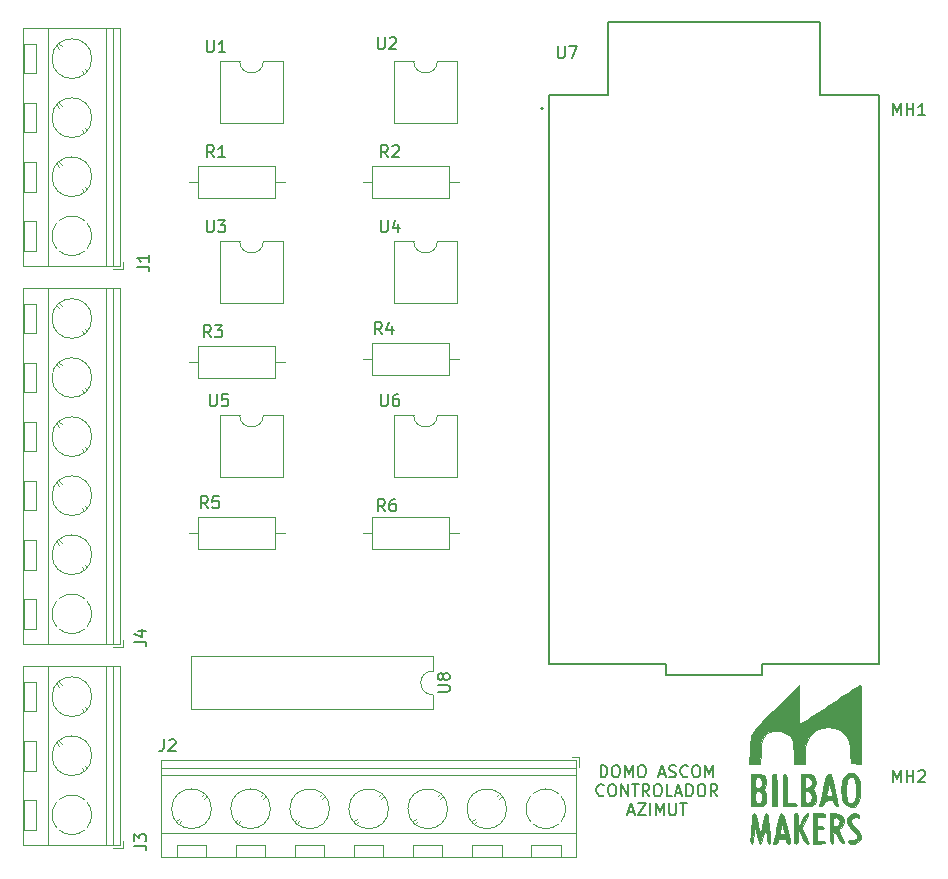
<source format=gbr>
G04 #@! TF.GenerationSoftware,KiCad,Pcbnew,(6.0.4)*
G04 #@! TF.CreationDate,2022-04-21T17:37:51+02:00*
G04 #@! TF.ProjectId,PlacaIOAzimut,506c6163-6149-44f4-917a-696d75742e6b,rev?*
G04 #@! TF.SameCoordinates,Original*
G04 #@! TF.FileFunction,Legend,Top*
G04 #@! TF.FilePolarity,Positive*
%FSLAX46Y46*%
G04 Gerber Fmt 4.6, Leading zero omitted, Abs format (unit mm)*
G04 Created by KiCad (PCBNEW (6.0.4)) date 2022-04-21 17:37:51*
%MOMM*%
%LPD*%
G01*
G04 APERTURE LIST*
%ADD10C,0.150000*%
%ADD11C,0.120000*%
%ADD12C,0.127000*%
%ADD13C,0.200000*%
%ADD14C,0.010000*%
G04 APERTURE END LIST*
D10*
X95822095Y-107808380D02*
X95822095Y-106808380D01*
X96060190Y-106808380D01*
X96203047Y-106856000D01*
X96298285Y-106951238D01*
X96345904Y-107046476D01*
X96393523Y-107236952D01*
X96393523Y-107379809D01*
X96345904Y-107570285D01*
X96298285Y-107665523D01*
X96203047Y-107760761D01*
X96060190Y-107808380D01*
X95822095Y-107808380D01*
X97012571Y-106808380D02*
X97203047Y-106808380D01*
X97298285Y-106856000D01*
X97393523Y-106951238D01*
X97441142Y-107141714D01*
X97441142Y-107475047D01*
X97393523Y-107665523D01*
X97298285Y-107760761D01*
X97203047Y-107808380D01*
X97012571Y-107808380D01*
X96917333Y-107760761D01*
X96822095Y-107665523D01*
X96774476Y-107475047D01*
X96774476Y-107141714D01*
X96822095Y-106951238D01*
X96917333Y-106856000D01*
X97012571Y-106808380D01*
X97869714Y-107808380D02*
X97869714Y-106808380D01*
X98203047Y-107522666D01*
X98536380Y-106808380D01*
X98536380Y-107808380D01*
X99203047Y-106808380D02*
X99393523Y-106808380D01*
X99488761Y-106856000D01*
X99584000Y-106951238D01*
X99631619Y-107141714D01*
X99631619Y-107475047D01*
X99584000Y-107665523D01*
X99488761Y-107760761D01*
X99393523Y-107808380D01*
X99203047Y-107808380D01*
X99107809Y-107760761D01*
X99012571Y-107665523D01*
X98964952Y-107475047D01*
X98964952Y-107141714D01*
X99012571Y-106951238D01*
X99107809Y-106856000D01*
X99203047Y-106808380D01*
X100774476Y-107522666D02*
X101250666Y-107522666D01*
X100679238Y-107808380D02*
X101012571Y-106808380D01*
X101345904Y-107808380D01*
X101631619Y-107760761D02*
X101774476Y-107808380D01*
X102012571Y-107808380D01*
X102107809Y-107760761D01*
X102155428Y-107713142D01*
X102203047Y-107617904D01*
X102203047Y-107522666D01*
X102155428Y-107427428D01*
X102107809Y-107379809D01*
X102012571Y-107332190D01*
X101822095Y-107284571D01*
X101726857Y-107236952D01*
X101679238Y-107189333D01*
X101631619Y-107094095D01*
X101631619Y-106998857D01*
X101679238Y-106903619D01*
X101726857Y-106856000D01*
X101822095Y-106808380D01*
X102060190Y-106808380D01*
X102203047Y-106856000D01*
X103203047Y-107713142D02*
X103155428Y-107760761D01*
X103012571Y-107808380D01*
X102917333Y-107808380D01*
X102774476Y-107760761D01*
X102679238Y-107665523D01*
X102631619Y-107570285D01*
X102584000Y-107379809D01*
X102584000Y-107236952D01*
X102631619Y-107046476D01*
X102679238Y-106951238D01*
X102774476Y-106856000D01*
X102917333Y-106808380D01*
X103012571Y-106808380D01*
X103155428Y-106856000D01*
X103203047Y-106903619D01*
X103822095Y-106808380D02*
X104012571Y-106808380D01*
X104107809Y-106856000D01*
X104203047Y-106951238D01*
X104250666Y-107141714D01*
X104250666Y-107475047D01*
X104203047Y-107665523D01*
X104107809Y-107760761D01*
X104012571Y-107808380D01*
X103822095Y-107808380D01*
X103726857Y-107760761D01*
X103631619Y-107665523D01*
X103584000Y-107475047D01*
X103584000Y-107141714D01*
X103631619Y-106951238D01*
X103726857Y-106856000D01*
X103822095Y-106808380D01*
X104679238Y-107808380D02*
X104679238Y-106808380D01*
X105012571Y-107522666D01*
X105345904Y-106808380D01*
X105345904Y-107808380D01*
X96084000Y-109323142D02*
X96036380Y-109370761D01*
X95893523Y-109418380D01*
X95798285Y-109418380D01*
X95655428Y-109370761D01*
X95560190Y-109275523D01*
X95512571Y-109180285D01*
X95464952Y-108989809D01*
X95464952Y-108846952D01*
X95512571Y-108656476D01*
X95560190Y-108561238D01*
X95655428Y-108466000D01*
X95798285Y-108418380D01*
X95893523Y-108418380D01*
X96036380Y-108466000D01*
X96084000Y-108513619D01*
X96703047Y-108418380D02*
X96893523Y-108418380D01*
X96988761Y-108466000D01*
X97084000Y-108561238D01*
X97131619Y-108751714D01*
X97131619Y-109085047D01*
X97084000Y-109275523D01*
X96988761Y-109370761D01*
X96893523Y-109418380D01*
X96703047Y-109418380D01*
X96607809Y-109370761D01*
X96512571Y-109275523D01*
X96464952Y-109085047D01*
X96464952Y-108751714D01*
X96512571Y-108561238D01*
X96607809Y-108466000D01*
X96703047Y-108418380D01*
X97560190Y-109418380D02*
X97560190Y-108418380D01*
X98131619Y-109418380D01*
X98131619Y-108418380D01*
X98464952Y-108418380D02*
X99036380Y-108418380D01*
X98750666Y-109418380D02*
X98750666Y-108418380D01*
X99941142Y-109418380D02*
X99607809Y-108942190D01*
X99369714Y-109418380D02*
X99369714Y-108418380D01*
X99750666Y-108418380D01*
X99845904Y-108466000D01*
X99893523Y-108513619D01*
X99941142Y-108608857D01*
X99941142Y-108751714D01*
X99893523Y-108846952D01*
X99845904Y-108894571D01*
X99750666Y-108942190D01*
X99369714Y-108942190D01*
X100560190Y-108418380D02*
X100750666Y-108418380D01*
X100845904Y-108466000D01*
X100941142Y-108561238D01*
X100988761Y-108751714D01*
X100988761Y-109085047D01*
X100941142Y-109275523D01*
X100845904Y-109370761D01*
X100750666Y-109418380D01*
X100560190Y-109418380D01*
X100464952Y-109370761D01*
X100369714Y-109275523D01*
X100322095Y-109085047D01*
X100322095Y-108751714D01*
X100369714Y-108561238D01*
X100464952Y-108466000D01*
X100560190Y-108418380D01*
X101893523Y-109418380D02*
X101417333Y-109418380D01*
X101417333Y-108418380D01*
X102179238Y-109132666D02*
X102655428Y-109132666D01*
X102084000Y-109418380D02*
X102417333Y-108418380D01*
X102750666Y-109418380D01*
X103084000Y-109418380D02*
X103084000Y-108418380D01*
X103322095Y-108418380D01*
X103464952Y-108466000D01*
X103560190Y-108561238D01*
X103607809Y-108656476D01*
X103655428Y-108846952D01*
X103655428Y-108989809D01*
X103607809Y-109180285D01*
X103560190Y-109275523D01*
X103464952Y-109370761D01*
X103322095Y-109418380D01*
X103084000Y-109418380D01*
X104274476Y-108418380D02*
X104464952Y-108418380D01*
X104560190Y-108466000D01*
X104655428Y-108561238D01*
X104703047Y-108751714D01*
X104703047Y-109085047D01*
X104655428Y-109275523D01*
X104560190Y-109370761D01*
X104464952Y-109418380D01*
X104274476Y-109418380D01*
X104179238Y-109370761D01*
X104084000Y-109275523D01*
X104036380Y-109085047D01*
X104036380Y-108751714D01*
X104084000Y-108561238D01*
X104179238Y-108466000D01*
X104274476Y-108418380D01*
X105703047Y-109418380D02*
X105369714Y-108942190D01*
X105131619Y-109418380D02*
X105131619Y-108418380D01*
X105512571Y-108418380D01*
X105607809Y-108466000D01*
X105655428Y-108513619D01*
X105703047Y-108608857D01*
X105703047Y-108751714D01*
X105655428Y-108846952D01*
X105607809Y-108894571D01*
X105512571Y-108942190D01*
X105131619Y-108942190D01*
X98155428Y-110742666D02*
X98631619Y-110742666D01*
X98060190Y-111028380D02*
X98393523Y-110028380D01*
X98726857Y-111028380D01*
X98964952Y-110028380D02*
X99631619Y-110028380D01*
X98964952Y-111028380D01*
X99631619Y-111028380D01*
X100012571Y-111028380D02*
X100012571Y-110028380D01*
X100488761Y-111028380D02*
X100488761Y-110028380D01*
X100822095Y-110742666D01*
X101155428Y-110028380D01*
X101155428Y-111028380D01*
X101631619Y-110028380D02*
X101631619Y-110837904D01*
X101679238Y-110933142D01*
X101726857Y-110980761D01*
X101822095Y-111028380D01*
X102012571Y-111028380D01*
X102107809Y-110980761D01*
X102155428Y-110933142D01*
X102203047Y-110837904D01*
X102203047Y-110028380D01*
X102536380Y-110028380D02*
X103107809Y-110028380D01*
X102822095Y-111028380D02*
X102822095Y-110028380D01*
X56348380Y-113617333D02*
X57062666Y-113617333D01*
X57205523Y-113664952D01*
X57300761Y-113760190D01*
X57348380Y-113903047D01*
X57348380Y-113998285D01*
X56348380Y-113236380D02*
X56348380Y-112617333D01*
X56729333Y-112950666D01*
X56729333Y-112807809D01*
X56776952Y-112712571D01*
X56824571Y-112664952D01*
X56919809Y-112617333D01*
X57157904Y-112617333D01*
X57253142Y-112664952D01*
X57300761Y-112712571D01*
X57348380Y-112807809D01*
X57348380Y-113093523D01*
X57300761Y-113188761D01*
X57253142Y-113236380D01*
X56348380Y-96345333D02*
X57062666Y-96345333D01*
X57205523Y-96392952D01*
X57300761Y-96488190D01*
X57348380Y-96631047D01*
X57348380Y-96726285D01*
X56681714Y-95440571D02*
X57348380Y-95440571D01*
X56300761Y-95678666D02*
X57015047Y-95916761D01*
X57015047Y-95297714D01*
X62825333Y-70556380D02*
X62492000Y-70080190D01*
X62253904Y-70556380D02*
X62253904Y-69556380D01*
X62634857Y-69556380D01*
X62730095Y-69604000D01*
X62777714Y-69651619D01*
X62825333Y-69746857D01*
X62825333Y-69889714D01*
X62777714Y-69984952D01*
X62730095Y-70032571D01*
X62634857Y-70080190D01*
X62253904Y-70080190D01*
X63158666Y-69556380D02*
X63777714Y-69556380D01*
X63444380Y-69937333D01*
X63587238Y-69937333D01*
X63682476Y-69984952D01*
X63730095Y-70032571D01*
X63777714Y-70127809D01*
X63777714Y-70365904D01*
X63730095Y-70461142D01*
X63682476Y-70508761D01*
X63587238Y-70556380D01*
X63301523Y-70556380D01*
X63206285Y-70508761D01*
X63158666Y-70461142D01*
X76962095Y-45172380D02*
X76962095Y-45981904D01*
X77009714Y-46077142D01*
X77057333Y-46124761D01*
X77152571Y-46172380D01*
X77343047Y-46172380D01*
X77438285Y-46124761D01*
X77485904Y-46077142D01*
X77533523Y-45981904D01*
X77533523Y-45172380D01*
X77962095Y-45267619D02*
X78009714Y-45220000D01*
X78104952Y-45172380D01*
X78343047Y-45172380D01*
X78438285Y-45220000D01*
X78485904Y-45267619D01*
X78533523Y-45362857D01*
X78533523Y-45458095D01*
X78485904Y-45600952D01*
X77914476Y-46172380D01*
X78533523Y-46172380D01*
X62484095Y-60666380D02*
X62484095Y-61475904D01*
X62531714Y-61571142D01*
X62579333Y-61618761D01*
X62674571Y-61666380D01*
X62865047Y-61666380D01*
X62960285Y-61618761D01*
X63007904Y-61571142D01*
X63055523Y-61475904D01*
X63055523Y-60666380D01*
X63436476Y-60666380D02*
X64055523Y-60666380D01*
X63722190Y-61047333D01*
X63865047Y-61047333D01*
X63960285Y-61094952D01*
X64007904Y-61142571D01*
X64055523Y-61237809D01*
X64055523Y-61475904D01*
X64007904Y-61571142D01*
X63960285Y-61618761D01*
X63865047Y-61666380D01*
X63579333Y-61666380D01*
X63484095Y-61618761D01*
X63436476Y-61571142D01*
X92202095Y-45934380D02*
X92202095Y-46743904D01*
X92249714Y-46839142D01*
X92297333Y-46886761D01*
X92392571Y-46934380D01*
X92583047Y-46934380D01*
X92678285Y-46886761D01*
X92725904Y-46839142D01*
X92773523Y-46743904D01*
X92773523Y-45934380D01*
X93154476Y-45934380D02*
X93821142Y-45934380D01*
X93392571Y-46934380D01*
X77303333Y-70302380D02*
X76970000Y-69826190D01*
X76731904Y-70302380D02*
X76731904Y-69302380D01*
X77112857Y-69302380D01*
X77208095Y-69350000D01*
X77255714Y-69397619D01*
X77303333Y-69492857D01*
X77303333Y-69635714D01*
X77255714Y-69730952D01*
X77208095Y-69778571D01*
X77112857Y-69826190D01*
X76731904Y-69826190D01*
X78160476Y-69635714D02*
X78160476Y-70302380D01*
X77922380Y-69254761D02*
X77684285Y-69969047D01*
X78303333Y-69969047D01*
X77557333Y-85288380D02*
X77224000Y-84812190D01*
X76985904Y-85288380D02*
X76985904Y-84288380D01*
X77366857Y-84288380D01*
X77462095Y-84336000D01*
X77509714Y-84383619D01*
X77557333Y-84478857D01*
X77557333Y-84621714D01*
X77509714Y-84716952D01*
X77462095Y-84764571D01*
X77366857Y-84812190D01*
X76985904Y-84812190D01*
X78414476Y-84288380D02*
X78224000Y-84288380D01*
X78128761Y-84336000D01*
X78081142Y-84383619D01*
X77985904Y-84526476D01*
X77938285Y-84716952D01*
X77938285Y-85097904D01*
X77985904Y-85193142D01*
X78033523Y-85240761D01*
X78128761Y-85288380D01*
X78319238Y-85288380D01*
X78414476Y-85240761D01*
X78462095Y-85193142D01*
X78509714Y-85097904D01*
X78509714Y-84859809D01*
X78462095Y-84764571D01*
X78414476Y-84716952D01*
X78319238Y-84669333D01*
X78128761Y-84669333D01*
X78033523Y-84716952D01*
X77985904Y-84764571D01*
X77938285Y-84859809D01*
X77216095Y-60666380D02*
X77216095Y-61475904D01*
X77263714Y-61571142D01*
X77311333Y-61618761D01*
X77406571Y-61666380D01*
X77597047Y-61666380D01*
X77692285Y-61618761D01*
X77739904Y-61571142D01*
X77787523Y-61475904D01*
X77787523Y-60666380D01*
X78692285Y-60999714D02*
X78692285Y-61666380D01*
X78454190Y-60618761D02*
X78216095Y-61333047D01*
X78835142Y-61333047D01*
X62738095Y-75398380D02*
X62738095Y-76207904D01*
X62785714Y-76303142D01*
X62833333Y-76350761D01*
X62928571Y-76398380D01*
X63119047Y-76398380D01*
X63214285Y-76350761D01*
X63261904Y-76303142D01*
X63309523Y-76207904D01*
X63309523Y-75398380D01*
X64261904Y-75398380D02*
X63785714Y-75398380D01*
X63738095Y-75874571D01*
X63785714Y-75826952D01*
X63880952Y-75779333D01*
X64119047Y-75779333D01*
X64214285Y-75826952D01*
X64261904Y-75874571D01*
X64309523Y-75969809D01*
X64309523Y-76207904D01*
X64261904Y-76303142D01*
X64214285Y-76350761D01*
X64119047Y-76398380D01*
X63880952Y-76398380D01*
X63785714Y-76350761D01*
X63738095Y-76303142D01*
X77216095Y-75398380D02*
X77216095Y-76207904D01*
X77263714Y-76303142D01*
X77311333Y-76350761D01*
X77406571Y-76398380D01*
X77597047Y-76398380D01*
X77692285Y-76350761D01*
X77739904Y-76303142D01*
X77787523Y-76207904D01*
X77787523Y-75398380D01*
X78692285Y-75398380D02*
X78501809Y-75398380D01*
X78406571Y-75446000D01*
X78358952Y-75493619D01*
X78263714Y-75636476D01*
X78216095Y-75826952D01*
X78216095Y-76207904D01*
X78263714Y-76303142D01*
X78311333Y-76350761D01*
X78406571Y-76398380D01*
X78597047Y-76398380D01*
X78692285Y-76350761D01*
X78739904Y-76303142D01*
X78787523Y-76207904D01*
X78787523Y-75969809D01*
X78739904Y-75874571D01*
X78692285Y-75826952D01*
X78597047Y-75779333D01*
X78406571Y-75779333D01*
X78311333Y-75826952D01*
X78263714Y-75874571D01*
X78216095Y-75969809D01*
X77811333Y-55316380D02*
X77478000Y-54840190D01*
X77239904Y-55316380D02*
X77239904Y-54316380D01*
X77620857Y-54316380D01*
X77716095Y-54364000D01*
X77763714Y-54411619D01*
X77811333Y-54506857D01*
X77811333Y-54649714D01*
X77763714Y-54744952D01*
X77716095Y-54792571D01*
X77620857Y-54840190D01*
X77239904Y-54840190D01*
X78192285Y-54411619D02*
X78239904Y-54364000D01*
X78335142Y-54316380D01*
X78573238Y-54316380D01*
X78668476Y-54364000D01*
X78716095Y-54411619D01*
X78763714Y-54506857D01*
X78763714Y-54602095D01*
X78716095Y-54744952D01*
X78144666Y-55316380D01*
X78763714Y-55316380D01*
X82046380Y-100583904D02*
X82855904Y-100583904D01*
X82951142Y-100536285D01*
X82998761Y-100488666D01*
X83046380Y-100393428D01*
X83046380Y-100202952D01*
X82998761Y-100107714D01*
X82951142Y-100060095D01*
X82855904Y-100012476D01*
X82046380Y-100012476D01*
X82474952Y-99393428D02*
X82427333Y-99488666D01*
X82379714Y-99536285D01*
X82284476Y-99583904D01*
X82236857Y-99583904D01*
X82141619Y-99536285D01*
X82094000Y-99488666D01*
X82046380Y-99393428D01*
X82046380Y-99202952D01*
X82094000Y-99107714D01*
X82141619Y-99060095D01*
X82236857Y-99012476D01*
X82284476Y-99012476D01*
X82379714Y-99060095D01*
X82427333Y-99107714D01*
X82474952Y-99202952D01*
X82474952Y-99393428D01*
X82522571Y-99488666D01*
X82570190Y-99536285D01*
X82665428Y-99583904D01*
X82855904Y-99583904D01*
X82951142Y-99536285D01*
X82998761Y-99488666D01*
X83046380Y-99393428D01*
X83046380Y-99202952D01*
X82998761Y-99107714D01*
X82951142Y-99060095D01*
X82855904Y-99012476D01*
X82665428Y-99012476D01*
X82570190Y-99060095D01*
X82522571Y-99107714D01*
X82474952Y-99202952D01*
X120586666Y-108212380D02*
X120586666Y-107212380D01*
X120920000Y-107926666D01*
X121253333Y-107212380D01*
X121253333Y-108212380D01*
X121729523Y-108212380D02*
X121729523Y-107212380D01*
X121729523Y-107688571D02*
X122300952Y-107688571D01*
X122300952Y-108212380D02*
X122300952Y-107212380D01*
X122729523Y-107307619D02*
X122777142Y-107260000D01*
X122872380Y-107212380D01*
X123110476Y-107212380D01*
X123205714Y-107260000D01*
X123253333Y-107307619D01*
X123300952Y-107402857D01*
X123300952Y-107498095D01*
X123253333Y-107640952D01*
X122681904Y-108212380D01*
X123300952Y-108212380D01*
X120586666Y-51760380D02*
X120586666Y-50760380D01*
X120920000Y-51474666D01*
X121253333Y-50760380D01*
X121253333Y-51760380D01*
X121729523Y-51760380D02*
X121729523Y-50760380D01*
X121729523Y-51236571D02*
X122300952Y-51236571D01*
X122300952Y-51760380D02*
X122300952Y-50760380D01*
X123300952Y-51760380D02*
X122729523Y-51760380D01*
X123015238Y-51760380D02*
X123015238Y-50760380D01*
X122920000Y-50903238D01*
X122824761Y-50998476D01*
X122729523Y-51046095D01*
X58848666Y-104608380D02*
X58848666Y-105322666D01*
X58801047Y-105465523D01*
X58705809Y-105560761D01*
X58562952Y-105608380D01*
X58467714Y-105608380D01*
X59277238Y-104703619D02*
X59324857Y-104656000D01*
X59420095Y-104608380D01*
X59658190Y-104608380D01*
X59753428Y-104656000D01*
X59801047Y-104703619D01*
X59848666Y-104798857D01*
X59848666Y-104894095D01*
X59801047Y-105036952D01*
X59229619Y-105608380D01*
X59848666Y-105608380D01*
X62571333Y-85034380D02*
X62238000Y-84558190D01*
X61999904Y-85034380D02*
X61999904Y-84034380D01*
X62380857Y-84034380D01*
X62476095Y-84082000D01*
X62523714Y-84129619D01*
X62571333Y-84224857D01*
X62571333Y-84367714D01*
X62523714Y-84462952D01*
X62476095Y-84510571D01*
X62380857Y-84558190D01*
X61999904Y-84558190D01*
X63476095Y-84034380D02*
X62999904Y-84034380D01*
X62952285Y-84510571D01*
X62999904Y-84462952D01*
X63095142Y-84415333D01*
X63333238Y-84415333D01*
X63428476Y-84462952D01*
X63476095Y-84510571D01*
X63523714Y-84605809D01*
X63523714Y-84843904D01*
X63476095Y-84939142D01*
X63428476Y-84986761D01*
X63333238Y-85034380D01*
X63095142Y-85034380D01*
X62999904Y-84986761D01*
X62952285Y-84939142D01*
X63079333Y-55316380D02*
X62746000Y-54840190D01*
X62507904Y-55316380D02*
X62507904Y-54316380D01*
X62888857Y-54316380D01*
X62984095Y-54364000D01*
X63031714Y-54411619D01*
X63079333Y-54506857D01*
X63079333Y-54649714D01*
X63031714Y-54744952D01*
X62984095Y-54792571D01*
X62888857Y-54840190D01*
X62507904Y-54840190D01*
X64031714Y-55316380D02*
X63460285Y-55316380D01*
X63746000Y-55316380D02*
X63746000Y-54316380D01*
X63650761Y-54459238D01*
X63555523Y-54554476D01*
X63460285Y-54602095D01*
X62484095Y-45426380D02*
X62484095Y-46235904D01*
X62531714Y-46331142D01*
X62579333Y-46378761D01*
X62674571Y-46426380D01*
X62865047Y-46426380D01*
X62960285Y-46378761D01*
X63007904Y-46331142D01*
X63055523Y-46235904D01*
X63055523Y-45426380D01*
X64055523Y-46426380D02*
X63484095Y-46426380D01*
X63769809Y-46426380D02*
X63769809Y-45426380D01*
X63674571Y-45569238D01*
X63579333Y-45664476D01*
X63484095Y-45712095D01*
X56602380Y-64595333D02*
X57316666Y-64595333D01*
X57459523Y-64642952D01*
X57554761Y-64738190D01*
X57602380Y-64881047D01*
X57602380Y-64976285D01*
X57602380Y-63595333D02*
X57602380Y-64166761D01*
X57602380Y-63881047D02*
X56602380Y-63881047D01*
X56745238Y-63976285D01*
X56840476Y-64071523D01*
X56888095Y-64166761D01*
D11*
X48004000Y-107248000D02*
X48004000Y-104748000D01*
X47004000Y-109748000D02*
X48004000Y-109748000D01*
X47004000Y-102248000D02*
X47004000Y-99748000D01*
X48004000Y-112248000D02*
X48004000Y-109748000D01*
X46944000Y-98438000D02*
X55164000Y-98438000D01*
X47004000Y-112248000D02*
X48004000Y-112248000D01*
X51877000Y-107026000D02*
X52123000Y-107272000D01*
X51877000Y-102026000D02*
X52123000Y-102272000D01*
X49779000Y-99928000D02*
X49990000Y-100139000D01*
X47004000Y-104748000D02*
X48004000Y-104748000D01*
X55164000Y-113558000D02*
X55164000Y-98438000D01*
X54564000Y-113798000D02*
X55404000Y-113798000D01*
X47004000Y-107248000D02*
X47004000Y-104748000D01*
X52129000Y-101868000D02*
X52328000Y-102067000D01*
X49779000Y-104928000D02*
X49990000Y-105139000D01*
X48004000Y-102248000D02*
X48004000Y-99748000D01*
X47004000Y-102248000D02*
X48004000Y-102248000D01*
X46944000Y-113558000D02*
X55164000Y-113558000D01*
X55404000Y-113798000D02*
X55404000Y-113198000D01*
X49985000Y-104723000D02*
X50231000Y-104969000D01*
X53904000Y-113558000D02*
X53904000Y-98438000D01*
X52129000Y-106868000D02*
X52328000Y-107067000D01*
X47004000Y-99748000D02*
X48004000Y-99748000D01*
X47004000Y-107248000D02*
X48004000Y-107248000D01*
X54504000Y-113558000D02*
X54504000Y-98438000D01*
X49004000Y-113558000D02*
X49004000Y-98438000D01*
X49985000Y-99723000D02*
X50231000Y-99969000D01*
X47004000Y-112248000D02*
X47004000Y-109748000D01*
X46944000Y-113558000D02*
X46944000Y-98438000D01*
X52341000Y-112079000D02*
G75*
G03*
X52734511Y-110969493I-1287000J1081000D01*
G01*
X52734000Y-110998000D02*
G75*
G03*
X52340955Y-109918117I-1679994J2D01*
G01*
X49973000Y-112285000D02*
G75*
G03*
X52133734Y-112286062I1081000J1287000D01*
G01*
X49767000Y-109918000D02*
G75*
G03*
X49766922Y-112077908I1287001J-1080000D01*
G01*
X52134000Y-109711000D02*
G75*
G03*
X49974092Y-109710922I-1080000J-1287001D01*
G01*
X52734000Y-100998000D02*
G75*
G03*
X52734000Y-100998000I-1680000J0D01*
G01*
X52734000Y-105998000D02*
G75*
G03*
X52734000Y-105998000I-1680000J0D01*
G01*
X52129000Y-89850000D02*
X52328000Y-90049000D01*
X52129000Y-69850000D02*
X52328000Y-70049000D01*
X46944000Y-96540000D02*
X55164000Y-96540000D01*
X49985000Y-72705000D02*
X50231000Y-72951000D01*
X47004000Y-92730000D02*
X48004000Y-92730000D01*
X47004000Y-95230000D02*
X48004000Y-95230000D01*
X48004000Y-75230000D02*
X48004000Y-72730000D01*
X51877000Y-85008000D02*
X52123000Y-85254000D01*
X53904000Y-96540000D02*
X53904000Y-66420000D01*
X49779000Y-82910000D02*
X49990000Y-83121000D01*
X49985000Y-87705000D02*
X50231000Y-87951000D01*
X48004000Y-90230000D02*
X48004000Y-87730000D01*
X48004000Y-95230000D02*
X48004000Y-92730000D01*
X47004000Y-82730000D02*
X48004000Y-82730000D01*
X46944000Y-96540000D02*
X46944000Y-66420000D01*
X54504000Y-96540000D02*
X54504000Y-66420000D01*
X49985000Y-67705000D02*
X50231000Y-67951000D01*
X49779000Y-67910000D02*
X49990000Y-68121000D01*
X47004000Y-87730000D02*
X48004000Y-87730000D01*
X47004000Y-85230000D02*
X47004000Y-82730000D01*
X47004000Y-90230000D02*
X48004000Y-90230000D01*
X47004000Y-80230000D02*
X48004000Y-80230000D01*
X47004000Y-67730000D02*
X48004000Y-67730000D01*
X47004000Y-85230000D02*
X48004000Y-85230000D01*
X47004000Y-90230000D02*
X47004000Y-87730000D01*
X49779000Y-72910000D02*
X49990000Y-73121000D01*
X51877000Y-70008000D02*
X52123000Y-70254000D01*
X47004000Y-80230000D02*
X47004000Y-77730000D01*
X47004000Y-95230000D02*
X47004000Y-92730000D01*
X47004000Y-75230000D02*
X48004000Y-75230000D01*
X55164000Y-96540000D02*
X55164000Y-66420000D01*
X51877000Y-75008000D02*
X52123000Y-75254000D01*
X51877000Y-90008000D02*
X52123000Y-90254000D01*
X47004000Y-70230000D02*
X47004000Y-67730000D01*
X49985000Y-82705000D02*
X50231000Y-82951000D01*
X48004000Y-70230000D02*
X48004000Y-67730000D01*
X46944000Y-66420000D02*
X55164000Y-66420000D01*
X52129000Y-79850000D02*
X52328000Y-80049000D01*
X47004000Y-75230000D02*
X47004000Y-72730000D01*
X52129000Y-74850000D02*
X52328000Y-75049000D01*
X48004000Y-80230000D02*
X48004000Y-77730000D01*
X47004000Y-70230000D02*
X48004000Y-70230000D01*
X54564000Y-96780000D02*
X55404000Y-96780000D01*
X47004000Y-72730000D02*
X48004000Y-72730000D01*
X52129000Y-84850000D02*
X52328000Y-85049000D01*
X48004000Y-85230000D02*
X48004000Y-82730000D01*
X49779000Y-77910000D02*
X49990000Y-78121000D01*
X49004000Y-96540000D02*
X49004000Y-66420000D01*
X55404000Y-96780000D02*
X55404000Y-96180000D01*
X49779000Y-87910000D02*
X49990000Y-88121000D01*
X51877000Y-80008000D02*
X52123000Y-80254000D01*
X49985000Y-77705000D02*
X50231000Y-77951000D01*
X47004000Y-77730000D02*
X48004000Y-77730000D01*
X52341000Y-95061000D02*
G75*
G03*
X52734511Y-93951493I-1287000J1081000D01*
G01*
X49973000Y-95267000D02*
G75*
G03*
X52133734Y-95268062I1081000J1287000D01*
G01*
X52134000Y-92693000D02*
G75*
G03*
X49974092Y-92692922I-1080000J-1287001D01*
G01*
X52734000Y-93980000D02*
G75*
G03*
X52340955Y-92900117I-1679994J2D01*
G01*
X49767000Y-92900000D02*
G75*
G03*
X49766922Y-95059908I1287001J-1080000D01*
G01*
X52734000Y-73980000D02*
G75*
G03*
X52734000Y-73980000I-1680000J0D01*
G01*
X52734000Y-83980000D02*
G75*
G03*
X52734000Y-83980000I-1680000J0D01*
G01*
X52734000Y-78980000D02*
G75*
G03*
X52734000Y-78980000I-1680000J0D01*
G01*
X52734000Y-68980000D02*
G75*
G03*
X52734000Y-68980000I-1680000J0D01*
G01*
X52734000Y-88980000D02*
G75*
G03*
X52734000Y-88980000I-1680000J0D01*
G01*
X69064000Y-72644000D02*
X68294000Y-72644000D01*
X61754000Y-71274000D02*
X61754000Y-74014000D01*
X68294000Y-74014000D02*
X68294000Y-71274000D01*
X60984000Y-72644000D02*
X61754000Y-72644000D01*
X68294000Y-71274000D02*
X61754000Y-71274000D01*
X61754000Y-74014000D02*
X68294000Y-74014000D01*
X78346000Y-47184000D02*
X78346000Y-52384000D01*
X83646000Y-52384000D02*
X83646000Y-47184000D01*
X78346000Y-52384000D02*
X83646000Y-52384000D01*
X83646000Y-47184000D02*
X81996000Y-47184000D01*
X79996000Y-47184000D02*
X78346000Y-47184000D01*
X79996000Y-47184000D02*
G75*
G03*
X81996000Y-47184000I1000000J0D01*
G01*
X63614000Y-67624000D02*
X68914000Y-67624000D01*
X63614000Y-62424000D02*
X63614000Y-67624000D01*
X68914000Y-62424000D02*
X67264000Y-62424000D01*
X65264000Y-62424000D02*
X63614000Y-62424000D01*
X68914000Y-67624000D02*
X68914000Y-62424000D01*
X65264000Y-62424000D02*
G75*
G03*
X67264000Y-62424000I1000000J0D01*
G01*
D12*
X91460000Y-50068000D02*
X91460000Y-98268000D01*
X119360000Y-98268000D02*
X119360000Y-50068000D01*
X109470000Y-98268000D02*
X119360000Y-98268000D01*
X96410000Y-43868000D02*
X114410000Y-43868000D01*
X91460000Y-98268000D02*
X101340000Y-98268000D01*
X109470000Y-99168000D02*
X109470000Y-98268000D01*
X101340000Y-99168000D02*
X109470000Y-99168000D01*
X114410000Y-43868000D02*
X114410000Y-50068000D01*
X96410000Y-50068000D02*
X91460000Y-50068000D01*
X119360000Y-50068000D02*
X114410000Y-50068000D01*
X101340000Y-98268000D02*
X101340000Y-99168000D01*
X96410000Y-50068000D02*
X96410000Y-43868000D01*
D13*
X90940000Y-51198000D02*
G75*
G03*
X90940000Y-51198000I-100000J0D01*
G01*
D11*
X76486000Y-71020000D02*
X76486000Y-73760000D01*
X75716000Y-72390000D02*
X76486000Y-72390000D01*
X83026000Y-71020000D02*
X76486000Y-71020000D01*
X83026000Y-73760000D02*
X83026000Y-71020000D01*
X76486000Y-73760000D02*
X83026000Y-73760000D01*
X83796000Y-72390000D02*
X83026000Y-72390000D01*
X76486000Y-85752000D02*
X76486000Y-88492000D01*
X83026000Y-85752000D02*
X76486000Y-85752000D01*
X76486000Y-88492000D02*
X83026000Y-88492000D01*
X83796000Y-87122000D02*
X83026000Y-87122000D01*
X75716000Y-87122000D02*
X76486000Y-87122000D01*
X83026000Y-88492000D02*
X83026000Y-85752000D01*
X79996000Y-62424000D02*
X78346000Y-62424000D01*
X83646000Y-67624000D02*
X83646000Y-62424000D01*
X78346000Y-62424000D02*
X78346000Y-67624000D01*
X78346000Y-67624000D02*
X83646000Y-67624000D01*
X83646000Y-62424000D02*
X81996000Y-62424000D01*
X79996000Y-62424000D02*
G75*
G03*
X81996000Y-62424000I1000000J0D01*
G01*
X63614000Y-77156000D02*
X63614000Y-82356000D01*
X63614000Y-82356000D02*
X68914000Y-82356000D01*
X68914000Y-82356000D02*
X68914000Y-77156000D01*
X68914000Y-77156000D02*
X67264000Y-77156000D01*
X65264000Y-77156000D02*
X63614000Y-77156000D01*
X65264000Y-77156000D02*
G75*
G03*
X67264000Y-77156000I1000000J0D01*
G01*
X83646000Y-82356000D02*
X83646000Y-77156000D01*
X78346000Y-77156000D02*
X78346000Y-82356000D01*
X79996000Y-77156000D02*
X78346000Y-77156000D01*
X83646000Y-77156000D02*
X81996000Y-77156000D01*
X78346000Y-82356000D02*
X83646000Y-82356000D01*
X79996000Y-77156000D02*
G75*
G03*
X81996000Y-77156000I1000000J0D01*
G01*
X83026000Y-56034000D02*
X76486000Y-56034000D01*
X83796000Y-57404000D02*
X83026000Y-57404000D01*
X76486000Y-58774000D02*
X83026000Y-58774000D01*
X83026000Y-58774000D02*
X83026000Y-56034000D01*
X75716000Y-57404000D02*
X76486000Y-57404000D01*
X76486000Y-56034000D02*
X76486000Y-58774000D01*
X81594000Y-102072000D02*
X81594000Y-100822000D01*
X81594000Y-98822000D02*
X81594000Y-97572000D01*
X61154000Y-97572000D02*
X61154000Y-102072000D01*
X61154000Y-102072000D02*
X81594000Y-102072000D01*
X81594000Y-97572000D02*
X61154000Y-97572000D01*
X81594000Y-98822000D02*
G75*
G03*
X81594000Y-100822000I0J-1000000D01*
G01*
G36*
X117380044Y-110884809D02*
G01*
X117597633Y-110925235D01*
X117696518Y-111020034D01*
X117719144Y-111109851D01*
X117722449Y-111248755D01*
X117643596Y-111250567D01*
X117569481Y-111213744D01*
X117337579Y-111166084D01*
X117151372Y-111261566D01*
X117054631Y-111472300D01*
X117049529Y-111545040D01*
X117102841Y-111760762D01*
X117282984Y-111964162D01*
X117348945Y-112016822D01*
X117610706Y-112268083D01*
X117806904Y-112553922D01*
X117901259Y-112818729D01*
X117904748Y-112868755D01*
X117839260Y-113041300D01*
X117680235Y-113237184D01*
X117483832Y-113397000D01*
X117348855Y-113456811D01*
X117120909Y-113471492D01*
X116985387Y-113457775D01*
X116828901Y-113369975D01*
X116792963Y-113271483D01*
X116827599Y-113170267D01*
X116960858Y-113149207D01*
X117063463Y-113160900D01*
X117303414Y-113154085D01*
X117448312Y-113044221D01*
X117525459Y-112925327D01*
X117544134Y-112821875D01*
X117489475Y-112697570D01*
X117346623Y-112516116D01*
X117135051Y-112279118D01*
X116859285Y-111933108D01*
X116724868Y-111645474D01*
X116725869Y-111387614D01*
X116856358Y-111130923D01*
X116888293Y-111088767D01*
X117055496Y-110928192D01*
X117255755Y-110879742D01*
X117380044Y-110884809D01*
G37*
D14*
X117380044Y-110884809D02*
X117597633Y-110925235D01*
X117696518Y-111020034D01*
X117719144Y-111109851D01*
X117722449Y-111248755D01*
X117643596Y-111250567D01*
X117569481Y-111213744D01*
X117337579Y-111166084D01*
X117151372Y-111261566D01*
X117054631Y-111472300D01*
X117049529Y-111545040D01*
X117102841Y-111760762D01*
X117282984Y-111964162D01*
X117348945Y-112016822D01*
X117610706Y-112268083D01*
X117806904Y-112553922D01*
X117901259Y-112818729D01*
X117904748Y-112868755D01*
X117839260Y-113041300D01*
X117680235Y-113237184D01*
X117483832Y-113397000D01*
X117348855Y-113456811D01*
X117120909Y-113471492D01*
X116985387Y-113457775D01*
X116828901Y-113369975D01*
X116792963Y-113271483D01*
X116827599Y-113170267D01*
X116960858Y-113149207D01*
X117063463Y-113160900D01*
X117303414Y-113154085D01*
X117448312Y-113044221D01*
X117525459Y-112925327D01*
X117544134Y-112821875D01*
X117489475Y-112697570D01*
X117346623Y-112516116D01*
X117135051Y-112279118D01*
X116859285Y-111933108D01*
X116724868Y-111645474D01*
X116725869Y-111387614D01*
X116856358Y-111130923D01*
X116888293Y-111088767D01*
X117055496Y-110928192D01*
X117255755Y-110879742D01*
X117380044Y-110884809D01*
G36*
X114599423Y-110874247D02*
G01*
X114754283Y-110901663D01*
X114816526Y-110963292D01*
X114825960Y-111039050D01*
X114797273Y-111150953D01*
X114681324Y-111200410D01*
X114483872Y-111210094D01*
X114141785Y-111210094D01*
X114141785Y-111594943D01*
X114148174Y-111831410D01*
X114191481Y-111943385D01*
X114307910Y-111977417D01*
X114441111Y-111979791D01*
X114662498Y-112007609D01*
X114739897Y-112096390D01*
X114740438Y-112108074D01*
X114675529Y-112202954D01*
X114468373Y-112236125D01*
X114441111Y-112236357D01*
X114141785Y-112236357D01*
X114141785Y-113177097D01*
X114483872Y-113177097D01*
X114721736Y-113198280D01*
X114819751Y-113268500D01*
X114825960Y-113305380D01*
X114786552Y-113379868D01*
X114646854Y-113419861D01*
X114374655Y-113433410D01*
X114312828Y-113433663D01*
X113799697Y-113433663D01*
X113799697Y-110868007D01*
X114312828Y-110868007D01*
X114599423Y-110874247D01*
G37*
X114599423Y-110874247D02*
X114754283Y-110901663D01*
X114816526Y-110963292D01*
X114825960Y-111039050D01*
X114797273Y-111150953D01*
X114681324Y-111200410D01*
X114483872Y-111210094D01*
X114141785Y-111210094D01*
X114141785Y-111594943D01*
X114148174Y-111831410D01*
X114191481Y-111943385D01*
X114307910Y-111977417D01*
X114441111Y-111979791D01*
X114662498Y-112007609D01*
X114739897Y-112096390D01*
X114740438Y-112108074D01*
X114675529Y-112202954D01*
X114468373Y-112236125D01*
X114441111Y-112236357D01*
X114141785Y-112236357D01*
X114141785Y-113177097D01*
X114483872Y-113177097D01*
X114721736Y-113198280D01*
X114819751Y-113268500D01*
X114825960Y-113305380D01*
X114786552Y-113379868D01*
X114646854Y-113419861D01*
X114374655Y-113433410D01*
X114312828Y-113433663D01*
X113799697Y-113433663D01*
X113799697Y-110868007D01*
X114312828Y-110868007D01*
X114599423Y-110874247D01*
G36*
X109036887Y-107532653D02*
G01*
X109324134Y-107552187D01*
X109556566Y-107602066D01*
X109637493Y-107639836D01*
X109777196Y-107834208D01*
X109841786Y-108114176D01*
X109823252Y-108408001D01*
X109744966Y-108602143D01*
X109653482Y-108771834D01*
X109667039Y-108899605D01*
X109734045Y-109007677D01*
X109835040Y-109268934D01*
X109859872Y-109599857D01*
X109808656Y-109917020D01*
X109732558Y-110079280D01*
X109627728Y-110189452D01*
X109476865Y-110247226D01*
X109228085Y-110267976D01*
X109091144Y-110269353D01*
X108582862Y-110269353D01*
X108582862Y-109499656D01*
X108924950Y-109499656D01*
X108930064Y-109784544D01*
X108955613Y-109938401D01*
X109016906Y-110001164D01*
X109121650Y-110012788D01*
X109322695Y-109970542D01*
X109420976Y-109910161D01*
X109496382Y-109741333D01*
X109520533Y-109492107D01*
X109493427Y-109245267D01*
X109420976Y-109089151D01*
X109257154Y-109006300D01*
X109121650Y-108986525D01*
X109012443Y-108999867D01*
X108953464Y-109066517D01*
X108929405Y-109226411D01*
X108924950Y-109499656D01*
X108582862Y-109499656D01*
X108582862Y-108265270D01*
X108924950Y-108265270D01*
X108929087Y-108535673D01*
X108955165Y-108674439D01*
X109023684Y-108720966D01*
X109155144Y-108714655D01*
X109158561Y-108714259D01*
X109371465Y-108625374D01*
X109473185Y-108455459D01*
X109507145Y-108180466D01*
X109427595Y-107949899D01*
X109257794Y-107810348D01*
X109140588Y-107789219D01*
X109017663Y-107800997D01*
X108953328Y-107864091D01*
X108928720Y-108020145D01*
X108924950Y-108265270D01*
X108582862Y-108265270D01*
X108582862Y-107532653D01*
X109036887Y-107532653D01*
G37*
X109036887Y-107532653D02*
X109324134Y-107552187D01*
X109556566Y-107602066D01*
X109637493Y-107639836D01*
X109777196Y-107834208D01*
X109841786Y-108114176D01*
X109823252Y-108408001D01*
X109744966Y-108602143D01*
X109653482Y-108771834D01*
X109667039Y-108899605D01*
X109734045Y-109007677D01*
X109835040Y-109268934D01*
X109859872Y-109599857D01*
X109808656Y-109917020D01*
X109732558Y-110079280D01*
X109627728Y-110189452D01*
X109476865Y-110247226D01*
X109228085Y-110267976D01*
X109091144Y-110269353D01*
X108582862Y-110269353D01*
X108582862Y-109499656D01*
X108924950Y-109499656D01*
X108930064Y-109784544D01*
X108955613Y-109938401D01*
X109016906Y-110001164D01*
X109121650Y-110012788D01*
X109322695Y-109970542D01*
X109420976Y-109910161D01*
X109496382Y-109741333D01*
X109520533Y-109492107D01*
X109493427Y-109245267D01*
X109420976Y-109089151D01*
X109257154Y-109006300D01*
X109121650Y-108986525D01*
X109012443Y-108999867D01*
X108953464Y-109066517D01*
X108929405Y-109226411D01*
X108924950Y-109499656D01*
X108582862Y-109499656D01*
X108582862Y-108265270D01*
X108924950Y-108265270D01*
X108929087Y-108535673D01*
X108955165Y-108674439D01*
X109023684Y-108720966D01*
X109155144Y-108714655D01*
X109158561Y-108714259D01*
X109371465Y-108625374D01*
X109473185Y-108455459D01*
X109507145Y-108180466D01*
X109427595Y-107949899D01*
X109257794Y-107810348D01*
X109140588Y-107789219D01*
X109017663Y-107800997D01*
X108953328Y-107864091D01*
X108928720Y-108020145D01*
X108924950Y-108265270D01*
X108582862Y-108265270D01*
X108582862Y-107532653D01*
X109036887Y-107532653D01*
G36*
X112602391Y-101605944D02*
G01*
X112605580Y-102117704D01*
X112614462Y-102568363D01*
X112628007Y-102930945D01*
X112645184Y-103178476D01*
X112664962Y-103283981D01*
X112666532Y-103285423D01*
X112750309Y-103248963D01*
X112959264Y-103127717D01*
X113276604Y-102932296D01*
X113685538Y-102673309D01*
X114169274Y-102361368D01*
X114711018Y-102007082D01*
X115168047Y-101704846D01*
X115749111Y-101319162D01*
X116289313Y-100961383D01*
X116771006Y-100643137D01*
X117176542Y-100376050D01*
X117488274Y-100171753D01*
X117688553Y-100041873D01*
X117755084Y-100000249D01*
X117792662Y-99986752D01*
X117823379Y-100003257D01*
X117847923Y-100064945D01*
X117866982Y-100186999D01*
X117881247Y-100384600D01*
X117891403Y-100672929D01*
X117898141Y-101067168D01*
X117902148Y-101582499D01*
X117904114Y-102234104D01*
X117904725Y-103037164D01*
X117904748Y-103300780D01*
X117904748Y-106686373D01*
X117006768Y-106634673D01*
X116954619Y-105779454D01*
X116911829Y-105261008D01*
X116848417Y-104874222D01*
X116752552Y-104579937D01*
X116612400Y-104338995D01*
X116466815Y-104165135D01*
X116068050Y-103856397D01*
X115585908Y-103666370D01*
X115062108Y-103597116D01*
X114538372Y-103650700D01*
X114056422Y-103829185D01*
X113764096Y-104031441D01*
X113521389Y-104282782D01*
X113349692Y-104565275D01*
X113235746Y-104916083D01*
X113166296Y-105372372D01*
X113136162Y-105791733D01*
X113090958Y-106677434D01*
X112193241Y-106677434D01*
X112162202Y-105699629D01*
X112135981Y-105190589D01*
X112084474Y-104817303D01*
X111992365Y-104544772D01*
X111844335Y-104337999D01*
X111625068Y-104161984D01*
X111439805Y-104049043D01*
X110989174Y-103886110D01*
X110505550Y-103884704D01*
X110073007Y-104017285D01*
X109816497Y-104170610D01*
X109629157Y-104380693D01*
X109500175Y-104674233D01*
X109418739Y-105077928D01*
X109374037Y-105618479D01*
X109368071Y-105758074D01*
X109333637Y-106677434D01*
X108388726Y-106677434D01*
X108430172Y-105629791D01*
X108447777Y-105225286D01*
X108473355Y-104886071D01*
X108518695Y-104592675D01*
X108595591Y-104325628D01*
X108715833Y-104065460D01*
X108891213Y-103792699D01*
X109133523Y-103487876D01*
X109454554Y-103131521D01*
X109866099Y-102704162D01*
X110379949Y-102186329D01*
X110723799Y-101842560D01*
X112602391Y-99965424D01*
X112602391Y-101605944D01*
G37*
X112602391Y-101605944D02*
X112605580Y-102117704D01*
X112614462Y-102568363D01*
X112628007Y-102930945D01*
X112645184Y-103178476D01*
X112664962Y-103283981D01*
X112666532Y-103285423D01*
X112750309Y-103248963D01*
X112959264Y-103127717D01*
X113276604Y-102932296D01*
X113685538Y-102673309D01*
X114169274Y-102361368D01*
X114711018Y-102007082D01*
X115168047Y-101704846D01*
X115749111Y-101319162D01*
X116289313Y-100961383D01*
X116771006Y-100643137D01*
X117176542Y-100376050D01*
X117488274Y-100171753D01*
X117688553Y-100041873D01*
X117755084Y-100000249D01*
X117792662Y-99986752D01*
X117823379Y-100003257D01*
X117847923Y-100064945D01*
X117866982Y-100186999D01*
X117881247Y-100384600D01*
X117891403Y-100672929D01*
X117898141Y-101067168D01*
X117902148Y-101582499D01*
X117904114Y-102234104D01*
X117904725Y-103037164D01*
X117904748Y-103300780D01*
X117904748Y-106686373D01*
X117006768Y-106634673D01*
X116954619Y-105779454D01*
X116911829Y-105261008D01*
X116848417Y-104874222D01*
X116752552Y-104579937D01*
X116612400Y-104338995D01*
X116466815Y-104165135D01*
X116068050Y-103856397D01*
X115585908Y-103666370D01*
X115062108Y-103597116D01*
X114538372Y-103650700D01*
X114056422Y-103829185D01*
X113764096Y-104031441D01*
X113521389Y-104282782D01*
X113349692Y-104565275D01*
X113235746Y-104916083D01*
X113166296Y-105372372D01*
X113136162Y-105791733D01*
X113090958Y-106677434D01*
X112193241Y-106677434D01*
X112162202Y-105699629D01*
X112135981Y-105190589D01*
X112084474Y-104817303D01*
X111992365Y-104544772D01*
X111844335Y-104337999D01*
X111625068Y-104161984D01*
X111439805Y-104049043D01*
X110989174Y-103886110D01*
X110505550Y-103884704D01*
X110073007Y-104017285D01*
X109816497Y-104170610D01*
X109629157Y-104380693D01*
X109500175Y-104674233D01*
X109418739Y-105077928D01*
X109374037Y-105618479D01*
X109368071Y-105758074D01*
X109333637Y-106677434D01*
X108388726Y-106677434D01*
X108430172Y-105629791D01*
X108447777Y-105225286D01*
X108473355Y-104886071D01*
X108518695Y-104592675D01*
X108595591Y-104325628D01*
X108715833Y-104065460D01*
X108891213Y-103792699D01*
X109133523Y-103487876D01*
X109454554Y-103131521D01*
X109866099Y-102704162D01*
X110379949Y-102186329D01*
X110723799Y-101842560D01*
X112602391Y-99965424D01*
X112602391Y-101605944D01*
G36*
X111471773Y-107541289D02*
G01*
X111518433Y-107584422D01*
X111548629Y-107687886D01*
X111565924Y-107877520D01*
X111573882Y-108179158D01*
X111576066Y-108618637D01*
X111576128Y-108772720D01*
X111576128Y-110012788D01*
X112003737Y-110012788D01*
X112272645Y-110026521D01*
X112403984Y-110074069D01*
X112431347Y-110141070D01*
X112396140Y-110210769D01*
X112269549Y-110250659D01*
X112020114Y-110267483D01*
X111832694Y-110269353D01*
X111234040Y-110269353D01*
X111234040Y-108901003D01*
X111235039Y-108389352D01*
X111240086Y-108024130D01*
X111252259Y-107780721D01*
X111274633Y-107634515D01*
X111310285Y-107560897D01*
X111362292Y-107535254D01*
X111405084Y-107532653D01*
X111471773Y-107541289D01*
G37*
X111471773Y-107541289D02*
X111518433Y-107584422D01*
X111548629Y-107687886D01*
X111565924Y-107877520D01*
X111573882Y-108179158D01*
X111576066Y-108618637D01*
X111576128Y-108772720D01*
X111576128Y-110012788D01*
X112003737Y-110012788D01*
X112272645Y-110026521D01*
X112403984Y-110074069D01*
X112431347Y-110141070D01*
X112396140Y-110210769D01*
X112269549Y-110250659D01*
X112020114Y-110267483D01*
X111832694Y-110269353D01*
X111234040Y-110269353D01*
X111234040Y-108901003D01*
X111235039Y-108389352D01*
X111240086Y-108024130D01*
X111252259Y-107780721D01*
X111274633Y-107634515D01*
X111310285Y-107560897D01*
X111362292Y-107535254D01*
X111405084Y-107532653D01*
X111471773Y-107541289D01*
G36*
X108821777Y-110885006D02*
G01*
X108888802Y-110912264D01*
X108944672Y-110983466D01*
X108998788Y-111126516D01*
X109060552Y-111369312D01*
X109139365Y-111739757D01*
X109183473Y-111958411D01*
X109246486Y-112233529D01*
X109305901Y-112426467D01*
X109345921Y-112492922D01*
X109385916Y-112415043D01*
X109447010Y-112206196D01*
X109519006Y-111903573D01*
X109557133Y-111722653D01*
X109655663Y-111286845D01*
X109744736Y-111010207D01*
X109829392Y-110881477D01*
X109914670Y-110889396D01*
X109925579Y-110899388D01*
X109954002Y-111000627D01*
X109989948Y-111231875D01*
X110027625Y-111552613D01*
X110046021Y-111741790D01*
X110085356Y-112158324D01*
X110126917Y-112570209D01*
X110163408Y-112905881D01*
X110172720Y-112984673D01*
X110196465Y-113252467D01*
X110179518Y-113389624D01*
X110115994Y-113432972D01*
X110100974Y-113433663D01*
X110009625Y-113352509D01*
X109936768Y-113125436D01*
X109887302Y-112777028D01*
X109866126Y-112331868D01*
X109865690Y-112252928D01*
X109853832Y-112011695D01*
X109820258Y-111934581D01*
X109767972Y-112016456D01*
X109699977Y-112252190D01*
X109619275Y-112636653D01*
X109609125Y-112691208D01*
X109516876Y-113108544D01*
X109425282Y-113355300D01*
X109334730Y-113431380D01*
X109245607Y-113336687D01*
X109158302Y-113071124D01*
X109104517Y-112816635D01*
X109020492Y-112386812D01*
X108955534Y-112123798D01*
X108905083Y-112024997D01*
X108864579Y-112087815D01*
X108829463Y-112309655D01*
X108798740Y-112642586D01*
X108761704Y-113030846D01*
X108721094Y-113274492D01*
X108670531Y-113399932D01*
X108607643Y-113433663D01*
X108545625Y-113408668D01*
X108514128Y-113312608D01*
X108509821Y-113113872D01*
X108529376Y-112780849D01*
X108533340Y-112728108D01*
X108580353Y-112117878D01*
X108617999Y-111657558D01*
X108649513Y-111326479D01*
X108678129Y-111103973D01*
X108707082Y-110969370D01*
X108739606Y-110902002D01*
X108778937Y-110881200D01*
X108821777Y-110885006D01*
G37*
X108821777Y-110885006D02*
X108888802Y-110912264D01*
X108944672Y-110983466D01*
X108998788Y-111126516D01*
X109060552Y-111369312D01*
X109139365Y-111739757D01*
X109183473Y-111958411D01*
X109246486Y-112233529D01*
X109305901Y-112426467D01*
X109345921Y-112492922D01*
X109385916Y-112415043D01*
X109447010Y-112206196D01*
X109519006Y-111903573D01*
X109557133Y-111722653D01*
X109655663Y-111286845D01*
X109744736Y-111010207D01*
X109829392Y-110881477D01*
X109914670Y-110889396D01*
X109925579Y-110899388D01*
X109954002Y-111000627D01*
X109989948Y-111231875D01*
X110027625Y-111552613D01*
X110046021Y-111741790D01*
X110085356Y-112158324D01*
X110126917Y-112570209D01*
X110163408Y-112905881D01*
X110172720Y-112984673D01*
X110196465Y-113252467D01*
X110179518Y-113389624D01*
X110115994Y-113432972D01*
X110100974Y-113433663D01*
X110009625Y-113352509D01*
X109936768Y-113125436D01*
X109887302Y-112777028D01*
X109866126Y-112331868D01*
X109865690Y-112252928D01*
X109853832Y-112011695D01*
X109820258Y-111934581D01*
X109767972Y-112016456D01*
X109699977Y-112252190D01*
X109619275Y-112636653D01*
X109609125Y-112691208D01*
X109516876Y-113108544D01*
X109425282Y-113355300D01*
X109334730Y-113431380D01*
X109245607Y-113336687D01*
X109158302Y-113071124D01*
X109104517Y-112816635D01*
X109020492Y-112386812D01*
X108955534Y-112123798D01*
X108905083Y-112024997D01*
X108864579Y-112087815D01*
X108829463Y-112309655D01*
X108798740Y-112642586D01*
X108761704Y-113030846D01*
X108721094Y-113274492D01*
X108670531Y-113399932D01*
X108607643Y-113433663D01*
X108545625Y-113408668D01*
X108514128Y-113312608D01*
X108509821Y-113113872D01*
X108529376Y-112780849D01*
X108533340Y-112728108D01*
X108580353Y-112117878D01*
X108617999Y-111657558D01*
X108649513Y-111326479D01*
X108678129Y-111103973D01*
X108707082Y-110969370D01*
X108739606Y-110902002D01*
X108778937Y-110881200D01*
X108821777Y-110885006D01*
G36*
X114651730Y-108827495D02*
G01*
X114750552Y-108404322D01*
X114839409Y-108040463D01*
X114909965Y-107768868D01*
X114953884Y-107622488D01*
X114960032Y-107608808D01*
X115055372Y-107555884D01*
X115204441Y-107531360D01*
X115320522Y-107544535D01*
X115339091Y-107568160D01*
X115356719Y-107662995D01*
X115404285Y-107888711D01*
X115473810Y-108209402D01*
X115557316Y-108589161D01*
X115646824Y-108992081D01*
X115734358Y-109382255D01*
X115811937Y-109723777D01*
X115871585Y-109980739D01*
X115905322Y-110117234D01*
X115906023Y-110119690D01*
X115893482Y-110241023D01*
X115779259Y-110269353D01*
X115634132Y-110206041D01*
X115551899Y-110008251D01*
X115501480Y-109843219D01*
X115410813Y-109773820D01*
X115223415Y-109767625D01*
X115142283Y-109773066D01*
X114907440Y-109807525D01*
X114789287Y-109886550D01*
X114740340Y-110012788D01*
X114625524Y-110202388D01*
X114493764Y-110254967D01*
X114352001Y-110250384D01*
X114335969Y-110155170D01*
X114343678Y-110126684D01*
X114379389Y-109988217D01*
X114444352Y-109718870D01*
X114530047Y-109354581D01*
X114554232Y-109250017D01*
X114924690Y-109250017D01*
X114954901Y-109363659D01*
X115049294Y-109407706D01*
X115169677Y-109414134D01*
X115347049Y-109398637D01*
X115397076Y-109319233D01*
X115374905Y-109178949D01*
X115316896Y-108937947D01*
X115242712Y-108649310D01*
X115230002Y-108601677D01*
X115138065Y-108259589D01*
X115032983Y-108687198D01*
X114952704Y-109035092D01*
X114924690Y-109250017D01*
X114554232Y-109250017D01*
X114627952Y-108931292D01*
X114651730Y-108827495D01*
G37*
X114651730Y-108827495D02*
X114750552Y-108404322D01*
X114839409Y-108040463D01*
X114909965Y-107768868D01*
X114953884Y-107622488D01*
X114960032Y-107608808D01*
X115055372Y-107555884D01*
X115204441Y-107531360D01*
X115320522Y-107544535D01*
X115339091Y-107568160D01*
X115356719Y-107662995D01*
X115404285Y-107888711D01*
X115473810Y-108209402D01*
X115557316Y-108589161D01*
X115646824Y-108992081D01*
X115734358Y-109382255D01*
X115811937Y-109723777D01*
X115871585Y-109980739D01*
X115905322Y-110117234D01*
X115906023Y-110119690D01*
X115893482Y-110241023D01*
X115779259Y-110269353D01*
X115634132Y-110206041D01*
X115551899Y-110008251D01*
X115501480Y-109843219D01*
X115410813Y-109773820D01*
X115223415Y-109767625D01*
X115142283Y-109773066D01*
X114907440Y-109807525D01*
X114789287Y-109886550D01*
X114740340Y-110012788D01*
X114625524Y-110202388D01*
X114493764Y-110254967D01*
X114352001Y-110250384D01*
X114335969Y-110155170D01*
X114343678Y-110126684D01*
X114379389Y-109988217D01*
X114444352Y-109718870D01*
X114530047Y-109354581D01*
X114554232Y-109250017D01*
X114924690Y-109250017D01*
X114954901Y-109363659D01*
X115049294Y-109407706D01*
X115169677Y-109414134D01*
X115347049Y-109398637D01*
X115397076Y-109319233D01*
X115374905Y-109178949D01*
X115316896Y-108937947D01*
X115242712Y-108649310D01*
X115230002Y-108601677D01*
X115138065Y-108259589D01*
X115032983Y-108687198D01*
X114952704Y-109035092D01*
X114924690Y-109250017D01*
X114554232Y-109250017D01*
X114627952Y-108931292D01*
X114651730Y-108827495D01*
G36*
X113424026Y-110891438D02*
G01*
X113409385Y-110983127D01*
X113330610Y-111186328D01*
X113203542Y-111461355D01*
X113167905Y-111533074D01*
X112867223Y-112130149D01*
X113162416Y-112746114D01*
X113300268Y-113037932D01*
X113403730Y-113264892D01*
X113455016Y-113387721D01*
X113457609Y-113397871D01*
X113386043Y-113427545D01*
X113295903Y-113433663D01*
X113178408Y-113379327D01*
X113049371Y-113202115D01*
X112893309Y-112880719D01*
X112892024Y-112877771D01*
X112764146Y-112604138D01*
X112654863Y-112405675D01*
X112586379Y-112322370D01*
X112583360Y-112321879D01*
X112549498Y-112399889D01*
X112525549Y-112603998D01*
X112516869Y-112877771D01*
X112511538Y-113178611D01*
X112487792Y-113346336D01*
X112434003Y-113418742D01*
X112345825Y-113433663D01*
X112280088Y-113425257D01*
X112233768Y-113383098D01*
X112203478Y-113281779D01*
X112185830Y-113095890D01*
X112177436Y-112800023D01*
X112174909Y-112368769D01*
X112174781Y-112150835D01*
X112175902Y-111657806D01*
X112181523Y-111310409D01*
X112195032Y-111083235D01*
X112219818Y-110950875D01*
X112259267Y-110887920D01*
X112316767Y-110868962D01*
X112345825Y-110868007D01*
X112438391Y-110885332D01*
X112489999Y-110962505D01*
X112512278Y-111137320D01*
X112516869Y-111423899D01*
X112527231Y-111706990D01*
X112554342Y-111907209D01*
X112590711Y-111979791D01*
X112660484Y-111907732D01*
X112771734Y-111719038D01*
X112897287Y-111461194D01*
X113075947Y-111118212D01*
X113237959Y-110915025D01*
X113373444Y-110862320D01*
X113424026Y-110891438D01*
G37*
X113424026Y-110891438D02*
X113409385Y-110983127D01*
X113330610Y-111186328D01*
X113203542Y-111461355D01*
X113167905Y-111533074D01*
X112867223Y-112130149D01*
X113162416Y-112746114D01*
X113300268Y-113037932D01*
X113403730Y-113264892D01*
X113455016Y-113387721D01*
X113457609Y-113397871D01*
X113386043Y-113427545D01*
X113295903Y-113433663D01*
X113178408Y-113379327D01*
X113049371Y-113202115D01*
X112893309Y-112880719D01*
X112892024Y-112877771D01*
X112764146Y-112604138D01*
X112654863Y-112405675D01*
X112586379Y-112322370D01*
X112583360Y-112321879D01*
X112549498Y-112399889D01*
X112525549Y-112603998D01*
X112516869Y-112877771D01*
X112511538Y-113178611D01*
X112487792Y-113346336D01*
X112434003Y-113418742D01*
X112345825Y-113433663D01*
X112280088Y-113425257D01*
X112233768Y-113383098D01*
X112203478Y-113281779D01*
X112185830Y-113095890D01*
X112177436Y-112800023D01*
X112174909Y-112368769D01*
X112174781Y-112150835D01*
X112175902Y-111657806D01*
X112181523Y-111310409D01*
X112195032Y-111083235D01*
X112219818Y-110950875D01*
X112259267Y-110887920D01*
X112316767Y-110868962D01*
X112345825Y-110868007D01*
X112438391Y-110885332D01*
X112489999Y-110962505D01*
X112512278Y-111137320D01*
X112516869Y-111423899D01*
X112527231Y-111706990D01*
X112554342Y-111907209D01*
X112590711Y-111979791D01*
X112660484Y-111907732D01*
X112771734Y-111719038D01*
X112897287Y-111461194D01*
X113075947Y-111118212D01*
X113237959Y-110915025D01*
X113373444Y-110862320D01*
X113424026Y-110891438D01*
G36*
X113243805Y-107532653D02*
G01*
X113567682Y-107552362D01*
X113778443Y-107621159D01*
X113885219Y-107703697D01*
X114015758Y-107938134D01*
X114054016Y-108237519D01*
X113997577Y-108523580D01*
X113914725Y-108659084D01*
X113820129Y-108789404D01*
X113850163Y-108895623D01*
X113914725Y-108971879D01*
X114015545Y-109185335D01*
X114053538Y-109485448D01*
X114028154Y-109799569D01*
X113938842Y-110055051D01*
X113923130Y-110079280D01*
X113818301Y-110189452D01*
X113667438Y-110247226D01*
X113418658Y-110267976D01*
X113281716Y-110269353D01*
X112773434Y-110269353D01*
X112773434Y-109499656D01*
X113115522Y-109499656D01*
X113131630Y-109817289D01*
X113192363Y-109984109D01*
X113316333Y-110018358D01*
X113522153Y-109938279D01*
X113548754Y-109924257D01*
X113672666Y-109789580D01*
X113713947Y-109540982D01*
X113714175Y-109513752D01*
X113670111Y-109206603D01*
X113531454Y-109035221D01*
X113312222Y-108986525D01*
X113203015Y-108999867D01*
X113144037Y-109066517D01*
X113119977Y-109226411D01*
X113115522Y-109499656D01*
X112773434Y-109499656D01*
X112773434Y-108259589D01*
X113115522Y-108259589D01*
X113123319Y-108532160D01*
X113156085Y-108674136D01*
X113227881Y-108725617D01*
X113280457Y-108729959D01*
X113474129Y-108671866D01*
X113579784Y-108595568D01*
X113697723Y-108379025D01*
X113691409Y-108138882D01*
X113580883Y-107929127D01*
X113386186Y-107803747D01*
X113280457Y-107789219D01*
X113184880Y-107811455D01*
X113135096Y-107904899D01*
X113117044Y-108109651D01*
X113115522Y-108259589D01*
X112773434Y-108259589D01*
X112773434Y-107532653D01*
X113243805Y-107532653D01*
G37*
X113243805Y-107532653D02*
X113567682Y-107552362D01*
X113778443Y-107621159D01*
X113885219Y-107703697D01*
X114015758Y-107938134D01*
X114054016Y-108237519D01*
X113997577Y-108523580D01*
X113914725Y-108659084D01*
X113820129Y-108789404D01*
X113850163Y-108895623D01*
X113914725Y-108971879D01*
X114015545Y-109185335D01*
X114053538Y-109485448D01*
X114028154Y-109799569D01*
X113938842Y-110055051D01*
X113923130Y-110079280D01*
X113818301Y-110189452D01*
X113667438Y-110247226D01*
X113418658Y-110267976D01*
X113281716Y-110269353D01*
X112773434Y-110269353D01*
X112773434Y-109499656D01*
X113115522Y-109499656D01*
X113131630Y-109817289D01*
X113192363Y-109984109D01*
X113316333Y-110018358D01*
X113522153Y-109938279D01*
X113548754Y-109924257D01*
X113672666Y-109789580D01*
X113713947Y-109540982D01*
X113714175Y-109513752D01*
X113670111Y-109206603D01*
X113531454Y-109035221D01*
X113312222Y-108986525D01*
X113203015Y-108999867D01*
X113144037Y-109066517D01*
X113119977Y-109226411D01*
X113115522Y-109499656D01*
X112773434Y-109499656D01*
X112773434Y-108259589D01*
X113115522Y-108259589D01*
X113123319Y-108532160D01*
X113156085Y-108674136D01*
X113227881Y-108725617D01*
X113280457Y-108729959D01*
X113474129Y-108671866D01*
X113579784Y-108595568D01*
X113697723Y-108379025D01*
X113691409Y-108138882D01*
X113580883Y-107929127D01*
X113386186Y-107803747D01*
X113280457Y-107789219D01*
X113184880Y-107811455D01*
X113135096Y-107904899D01*
X113117044Y-108109651D01*
X113115522Y-108259589D01*
X112773434Y-108259589D01*
X112773434Y-107532653D01*
X113243805Y-107532653D01*
G36*
X110613822Y-107540642D02*
G01*
X110659475Y-107581020D01*
X110689901Y-107678398D01*
X110708176Y-107857390D01*
X110717379Y-108142609D01*
X110720584Y-108558669D01*
X110720909Y-108901003D01*
X110720909Y-110269353D01*
X110300304Y-110269353D01*
X110330717Y-108965145D01*
X110341825Y-108508485D01*
X110352313Y-108113004D01*
X110361284Y-107809963D01*
X110367841Y-107630626D01*
X110369976Y-107596794D01*
X110449750Y-107544433D01*
X110549865Y-107532653D01*
X110613822Y-107540642D01*
G37*
X110613822Y-107540642D02*
X110659475Y-107581020D01*
X110689901Y-107678398D01*
X110708176Y-107857390D01*
X110717379Y-108142609D01*
X110720584Y-108558669D01*
X110720909Y-108901003D01*
X110720909Y-110269353D01*
X110300304Y-110269353D01*
X110330717Y-108965145D01*
X110341825Y-108508485D01*
X110352313Y-108113004D01*
X110361284Y-107809963D01*
X110367841Y-107630626D01*
X110369976Y-107596794D01*
X110449750Y-107544433D01*
X110549865Y-107532653D01*
X110613822Y-107540642D01*
G36*
X116255097Y-108295799D02*
G01*
X116385532Y-107900090D01*
X116584959Y-107621862D01*
X116844882Y-107474548D01*
X117156805Y-107471582D01*
X117391616Y-107557524D01*
X117564911Y-107711179D01*
X117699458Y-107940465D01*
X117707496Y-107962492D01*
X117771955Y-108266906D01*
X117805761Y-108672482D01*
X117808084Y-109111959D01*
X117778091Y-109518076D01*
X117729903Y-109775081D01*
X117569652Y-110100363D01*
X117326729Y-110296475D01*
X117035779Y-110353603D01*
X116731445Y-110261929D01*
X116537791Y-110112860D01*
X116371677Y-109896442D01*
X116274273Y-109621654D01*
X116235188Y-109385924D01*
X116211075Y-108955036D01*
X116625142Y-108955036D01*
X116641089Y-109328623D01*
X116677525Y-109635641D01*
X116721169Y-109794959D01*
X116877049Y-109969743D01*
X117086127Y-110007813D01*
X117289464Y-109901613D01*
X117317003Y-109871361D01*
X117381113Y-109715914D01*
X117419494Y-109425818D01*
X117434112Y-108984826D01*
X117434377Y-108901003D01*
X117422721Y-108434980D01*
X117381417Y-108114803D01*
X117300958Y-107916464D01*
X117171840Y-107815954D01*
X116994179Y-107789219D01*
X116800329Y-107856997D01*
X116705324Y-108008591D01*
X116656751Y-108237646D01*
X116630194Y-108572252D01*
X116625142Y-108955036D01*
X116211075Y-108955036D01*
X116202150Y-108795555D01*
X116255097Y-108295799D01*
G37*
X116255097Y-108295799D02*
X116385532Y-107900090D01*
X116584959Y-107621862D01*
X116844882Y-107474548D01*
X117156805Y-107471582D01*
X117391616Y-107557524D01*
X117564911Y-107711179D01*
X117699458Y-107940465D01*
X117707496Y-107962492D01*
X117771955Y-108266906D01*
X117805761Y-108672482D01*
X117808084Y-109111959D01*
X117778091Y-109518076D01*
X117729903Y-109775081D01*
X117569652Y-110100363D01*
X117326729Y-110296475D01*
X117035779Y-110353603D01*
X116731445Y-110261929D01*
X116537791Y-110112860D01*
X116371677Y-109896442D01*
X116274273Y-109621654D01*
X116235188Y-109385924D01*
X116211075Y-108955036D01*
X116625142Y-108955036D01*
X116641089Y-109328623D01*
X116677525Y-109635641D01*
X116721169Y-109794959D01*
X116877049Y-109969743D01*
X117086127Y-110007813D01*
X117289464Y-109901613D01*
X117317003Y-109871361D01*
X117381113Y-109715914D01*
X117419494Y-109425818D01*
X117434112Y-108984826D01*
X117434377Y-108901003D01*
X117422721Y-108434980D01*
X117381417Y-108114803D01*
X117300958Y-107916464D01*
X117171840Y-107815954D01*
X116994179Y-107789219D01*
X116800329Y-107856997D01*
X116705324Y-108008591D01*
X116656751Y-108237646D01*
X116630194Y-108572252D01*
X116625142Y-108955036D01*
X116211075Y-108955036D01*
X116202150Y-108795555D01*
X116255097Y-108295799D01*
G36*
X110795708Y-111872353D02*
G01*
X110882191Y-111495139D01*
X110944056Y-111204387D01*
X110973480Y-111035631D01*
X110974839Y-111017670D01*
X111047221Y-110890779D01*
X111137857Y-110868007D01*
X111209032Y-110891333D01*
X111275013Y-110977621D01*
X111345109Y-111151337D01*
X111428632Y-111436946D01*
X111534892Y-111858913D01*
X111569113Y-112001171D01*
X111672292Y-112430103D01*
X111764357Y-112807840D01*
X111836511Y-113098643D01*
X111879957Y-113266773D01*
X111884864Y-113284000D01*
X111874154Y-113405526D01*
X111762206Y-113433663D01*
X111604908Y-113356507D01*
X111539756Y-113214868D01*
X111481133Y-113071018D01*
X111366137Y-113017879D01*
X111167017Y-113022443D01*
X110945696Y-113062602D01*
X110844583Y-113154599D01*
X110821863Y-113241239D01*
X110740649Y-113399189D01*
X110603594Y-113433663D01*
X110412653Y-113433663D01*
X110632255Y-112544211D01*
X110986371Y-112544211D01*
X111053595Y-112640063D01*
X111191279Y-112663966D01*
X111360367Y-112622087D01*
X111398512Y-112514303D01*
X111369387Y-112339346D01*
X111305209Y-112090861D01*
X111284506Y-112022552D01*
X111177072Y-111680464D01*
X111077750Y-112022552D01*
X110996102Y-112347863D01*
X110986371Y-112544211D01*
X110632255Y-112544211D01*
X110692428Y-112300498D01*
X110795708Y-111872353D01*
G37*
X110795708Y-111872353D02*
X110882191Y-111495139D01*
X110944056Y-111204387D01*
X110973480Y-111035631D01*
X110974839Y-111017670D01*
X111047221Y-110890779D01*
X111137857Y-110868007D01*
X111209032Y-110891333D01*
X111275013Y-110977621D01*
X111345109Y-111151337D01*
X111428632Y-111436946D01*
X111534892Y-111858913D01*
X111569113Y-112001171D01*
X111672292Y-112430103D01*
X111764357Y-112807840D01*
X111836511Y-113098643D01*
X111879957Y-113266773D01*
X111884864Y-113284000D01*
X111874154Y-113405526D01*
X111762206Y-113433663D01*
X111604908Y-113356507D01*
X111539756Y-113214868D01*
X111481133Y-113071018D01*
X111366137Y-113017879D01*
X111167017Y-113022443D01*
X110945696Y-113062602D01*
X110844583Y-113154599D01*
X110821863Y-113241239D01*
X110740649Y-113399189D01*
X110603594Y-113433663D01*
X110412653Y-113433663D01*
X110632255Y-112544211D01*
X110986371Y-112544211D01*
X111053595Y-112640063D01*
X111191279Y-112663966D01*
X111360367Y-112622087D01*
X111398512Y-112514303D01*
X111369387Y-112339346D01*
X111305209Y-112090861D01*
X111284506Y-112022552D01*
X111177072Y-111680464D01*
X111077750Y-112022552D01*
X110996102Y-112347863D01*
X110986371Y-112544211D01*
X110632255Y-112544211D01*
X110692428Y-112300498D01*
X110795708Y-111872353D01*
G36*
X115574276Y-110869267D02*
G01*
X115971932Y-110927644D01*
X116249763Y-111094941D01*
X116389973Y-111339462D01*
X116414868Y-111624252D01*
X116345972Y-111889867D01*
X116204154Y-112078121D01*
X116107758Y-112126324D01*
X115970053Y-112178986D01*
X115937744Y-112210879D01*
X115972918Y-112301240D01*
X116066123Y-112504554D01*
X116198881Y-112780796D01*
X116231647Y-112847556D01*
X116376123Y-113145805D01*
X116449136Y-113321332D01*
X116456306Y-113404104D01*
X116403255Y-113424089D01*
X116338549Y-113417520D01*
X116190435Y-113336716D01*
X116033642Y-113123071D01*
X115917201Y-112899151D01*
X115783450Y-112644794D01*
X115666083Y-112467129D01*
X115596494Y-112407400D01*
X115549960Y-112485560D01*
X115518905Y-112690977D01*
X115510135Y-112920532D01*
X115500283Y-113218484D01*
X115465358Y-113378453D01*
X115397309Y-113432651D01*
X115381852Y-113433663D01*
X115331644Y-113410394D01*
X115296159Y-113324738D01*
X115273020Y-113152920D01*
X115259848Y-112871166D01*
X115254266Y-112455701D01*
X115253569Y-112150835D01*
X115253569Y-111594943D01*
X115510135Y-111594943D01*
X115519120Y-111832534D01*
X115562784Y-111945102D01*
X115666184Y-111978399D01*
X115720930Y-111979791D01*
X115938547Y-111904384D01*
X116029056Y-111797929D01*
X116079866Y-111562480D01*
X116004372Y-111353687D01*
X115830817Y-111226291D01*
X115725773Y-111210094D01*
X115592742Y-111225778D01*
X115529713Y-111303413D01*
X115510984Y-111488871D01*
X115510135Y-111594943D01*
X115253569Y-111594943D01*
X115253569Y-110868007D01*
X115574276Y-110869267D01*
G37*
X115574276Y-110869267D02*
X115971932Y-110927644D01*
X116249763Y-111094941D01*
X116389973Y-111339462D01*
X116414868Y-111624252D01*
X116345972Y-111889867D01*
X116204154Y-112078121D01*
X116107758Y-112126324D01*
X115970053Y-112178986D01*
X115937744Y-112210879D01*
X115972918Y-112301240D01*
X116066123Y-112504554D01*
X116198881Y-112780796D01*
X116231647Y-112847556D01*
X116376123Y-113145805D01*
X116449136Y-113321332D01*
X116456306Y-113404104D01*
X116403255Y-113424089D01*
X116338549Y-113417520D01*
X116190435Y-113336716D01*
X116033642Y-113123071D01*
X115917201Y-112899151D01*
X115783450Y-112644794D01*
X115666083Y-112467129D01*
X115596494Y-112407400D01*
X115549960Y-112485560D01*
X115518905Y-112690977D01*
X115510135Y-112920532D01*
X115500283Y-113218484D01*
X115465358Y-113378453D01*
X115397309Y-113432651D01*
X115381852Y-113433663D01*
X115331644Y-113410394D01*
X115296159Y-113324738D01*
X115273020Y-113152920D01*
X115259848Y-112871166D01*
X115254266Y-112455701D01*
X115253569Y-112150835D01*
X115253569Y-111594943D01*
X115510135Y-111594943D01*
X115519120Y-111832534D01*
X115562784Y-111945102D01*
X115666184Y-111978399D01*
X115720930Y-111979791D01*
X115938547Y-111904384D01*
X116029056Y-111797929D01*
X116079866Y-111562480D01*
X116004372Y-111353687D01*
X115830817Y-111226291D01*
X115725773Y-111210094D01*
X115592742Y-111225778D01*
X115529713Y-111303413D01*
X115510984Y-111488871D01*
X115510135Y-111594943D01*
X115253569Y-111594943D01*
X115253569Y-110868007D01*
X115574276Y-110869267D01*
D11*
X67436000Y-114540000D02*
X67436000Y-113540000D01*
X87436000Y-114540000D02*
X84936000Y-114540000D01*
X93746000Y-114600000D02*
X93746000Y-106380000D01*
X93986000Y-106140000D02*
X93386000Y-106140000D01*
X62056000Y-109415000D02*
X62255000Y-109216000D01*
X70116000Y-111765000D02*
X70327000Y-111554000D01*
X84936000Y-114540000D02*
X84936000Y-113540000D01*
X93986000Y-106980000D02*
X93986000Y-106140000D01*
X60116000Y-111765000D02*
X60327000Y-111554000D01*
X82436000Y-113540000D02*
X79936000Y-113540000D01*
X72436000Y-113540000D02*
X69936000Y-113540000D01*
X59911000Y-111559000D02*
X60157000Y-111313000D01*
X93746000Y-114600000D02*
X58626000Y-114600000D01*
X72056000Y-109415000D02*
X72255000Y-109216000D01*
X67436000Y-114540000D02*
X64936000Y-114540000D01*
X77436000Y-114540000D02*
X77436000Y-113540000D01*
X65116000Y-111765000D02*
X65327000Y-111554000D01*
X84911000Y-111559000D02*
X85157000Y-111313000D01*
X82056000Y-109415000D02*
X82255000Y-109216000D01*
X72436000Y-114540000D02*
X72436000Y-113540000D01*
X77436000Y-114540000D02*
X74936000Y-114540000D01*
X93746000Y-106380000D02*
X58626000Y-106380000D01*
X69936000Y-114540000D02*
X69936000Y-113540000D01*
X93746000Y-107640000D02*
X58626000Y-107640000D01*
X82214000Y-109667000D02*
X82460000Y-109421000D01*
X67214000Y-109667000D02*
X67460000Y-109421000D01*
X93746000Y-107040000D02*
X58626000Y-107040000D01*
X80116000Y-111765000D02*
X80327000Y-111554000D01*
X67436000Y-113540000D02*
X64936000Y-113540000D01*
X92436000Y-114540000D02*
X89936000Y-114540000D01*
X64911000Y-111559000D02*
X65157000Y-111313000D01*
X82436000Y-114540000D02*
X82436000Y-113540000D01*
X75116000Y-111765000D02*
X75327000Y-111554000D01*
X62214000Y-109667000D02*
X62460000Y-109421000D01*
X82436000Y-114540000D02*
X79936000Y-114540000D01*
X74936000Y-114540000D02*
X74936000Y-113540000D01*
X64936000Y-114540000D02*
X64936000Y-113540000D01*
X89936000Y-114540000D02*
X89936000Y-113540000D01*
X77214000Y-109667000D02*
X77460000Y-109421000D01*
X87436000Y-114540000D02*
X87436000Y-113540000D01*
X69911000Y-111559000D02*
X70157000Y-111313000D01*
X87056000Y-109415000D02*
X87255000Y-109216000D01*
X87436000Y-113540000D02*
X84936000Y-113540000D01*
X77056000Y-109415000D02*
X77255000Y-109216000D01*
X72436000Y-114540000D02*
X69936000Y-114540000D01*
X79936000Y-114540000D02*
X79936000Y-113540000D01*
X62436000Y-114540000D02*
X59936000Y-114540000D01*
X72214000Y-109667000D02*
X72460000Y-109421000D01*
X62436000Y-114540000D02*
X62436000Y-113540000D01*
X59936000Y-114540000D02*
X59936000Y-113540000D01*
X77436000Y-113540000D02*
X74936000Y-113540000D01*
X62436000Y-113540000D02*
X59936000Y-113540000D01*
X87214000Y-109667000D02*
X87460000Y-109421000D01*
X92436000Y-114540000D02*
X92436000Y-113540000D01*
X92436000Y-113540000D02*
X89936000Y-113540000D01*
X93746000Y-112540000D02*
X58626000Y-112540000D01*
X79911000Y-111559000D02*
X80157000Y-111313000D01*
X67056000Y-109415000D02*
X67255000Y-109216000D01*
X74911000Y-111559000D02*
X75157000Y-111313000D01*
X58626000Y-114600000D02*
X58626000Y-106380000D01*
X85116000Y-111765000D02*
X85327000Y-111554000D01*
X92473000Y-111571000D02*
G75*
G03*
X92474062Y-109410266I-1287000J1081000D01*
G01*
X91186000Y-108810000D02*
G75*
G03*
X90106117Y-109203045I-2J-1679994D01*
G01*
X92267000Y-109203000D02*
G75*
G03*
X91157493Y-108809489I-1081000J-1287000D01*
G01*
X89899000Y-109410000D02*
G75*
G03*
X89898922Y-111569908I1287001J-1080000D01*
G01*
X90106000Y-111777000D02*
G75*
G03*
X92265908Y-111777078I1080000J1287001D01*
G01*
X67866000Y-110490000D02*
G75*
G03*
X67866000Y-110490000I-1680000J0D01*
G01*
X82866000Y-110490000D02*
G75*
G03*
X82866000Y-110490000I-1680000J0D01*
G01*
X62866000Y-110490000D02*
G75*
G03*
X62866000Y-110490000I-1680000J0D01*
G01*
X72866000Y-110490000D02*
G75*
G03*
X72866000Y-110490000I-1680000J0D01*
G01*
X87866000Y-110490000D02*
G75*
G03*
X87866000Y-110490000I-1680000J0D01*
G01*
X77866000Y-110490000D02*
G75*
G03*
X77866000Y-110490000I-1680000J0D01*
G01*
X61754000Y-85752000D02*
X61754000Y-88492000D01*
X61754000Y-88492000D02*
X68294000Y-88492000D01*
X60984000Y-87122000D02*
X61754000Y-87122000D01*
X68294000Y-85752000D02*
X61754000Y-85752000D01*
X69064000Y-87122000D02*
X68294000Y-87122000D01*
X68294000Y-88492000D02*
X68294000Y-85752000D01*
X60984000Y-57404000D02*
X61754000Y-57404000D01*
X61754000Y-56034000D02*
X61754000Y-58774000D01*
X69064000Y-57404000D02*
X68294000Y-57404000D01*
X68294000Y-58774000D02*
X68294000Y-56034000D01*
X61754000Y-58774000D02*
X68294000Y-58774000D01*
X68294000Y-56034000D02*
X61754000Y-56034000D01*
X68914000Y-47184000D02*
X67264000Y-47184000D01*
X65264000Y-47184000D02*
X63614000Y-47184000D01*
X63614000Y-47184000D02*
X63614000Y-52384000D01*
X68914000Y-52384000D02*
X68914000Y-47184000D01*
X63614000Y-52384000D02*
X68914000Y-52384000D01*
X65264000Y-47184000D02*
G75*
G03*
X67264000Y-47184000I1000000J0D01*
G01*
X49779000Y-55906000D02*
X49990000Y-56117000D01*
X51877000Y-58004000D02*
X52123000Y-58250000D01*
X54564000Y-64776000D02*
X55404000Y-64776000D01*
X47004000Y-58226000D02*
X48004000Y-58226000D01*
X52129000Y-47846000D02*
X52328000Y-48045000D01*
X49779000Y-45906000D02*
X49990000Y-46117000D01*
X52129000Y-57846000D02*
X52328000Y-58045000D01*
X47004000Y-53226000D02*
X48004000Y-53226000D01*
X49985000Y-45701000D02*
X50231000Y-45947000D01*
X49004000Y-64536000D02*
X49004000Y-44415000D01*
X47004000Y-63226000D02*
X47004000Y-60726000D01*
X51877000Y-48004000D02*
X52123000Y-48250000D01*
X47004000Y-48226000D02*
X47004000Y-45726000D01*
X47004000Y-50726000D02*
X48004000Y-50726000D01*
X47004000Y-45726000D02*
X48004000Y-45726000D01*
X47004000Y-55726000D02*
X48004000Y-55726000D01*
X48004000Y-58226000D02*
X48004000Y-55726000D01*
X47004000Y-58226000D02*
X47004000Y-55726000D01*
X54504000Y-64536000D02*
X54504000Y-44415000D01*
X48004000Y-63226000D02*
X48004000Y-60726000D01*
X55164000Y-64536000D02*
X55164000Y-44415000D01*
X47004000Y-48226000D02*
X48004000Y-48226000D01*
X49985000Y-50701000D02*
X50231000Y-50947000D01*
X46944000Y-64536000D02*
X46944000Y-44415000D01*
X47004000Y-63226000D02*
X48004000Y-63226000D01*
X49779000Y-50906000D02*
X49990000Y-51117000D01*
X46944000Y-44415000D02*
X55164000Y-44415000D01*
X49985000Y-55701000D02*
X50231000Y-55947000D01*
X51877000Y-53004000D02*
X52123000Y-53250000D01*
X48004000Y-53226000D02*
X48004000Y-50726000D01*
X46944000Y-64536000D02*
X55164000Y-64536000D01*
X47004000Y-60726000D02*
X48004000Y-60726000D01*
X52129000Y-52846000D02*
X52328000Y-53045000D01*
X48004000Y-48226000D02*
X48004000Y-45726000D01*
X53904000Y-64536000D02*
X53904000Y-44415000D01*
X55404000Y-64776000D02*
X55404000Y-64176000D01*
X47004000Y-53226000D02*
X47004000Y-50726000D01*
X52734000Y-61976000D02*
G75*
G03*
X52340955Y-60896117I-1679994J2D01*
G01*
X49767000Y-60896000D02*
G75*
G03*
X49766922Y-63055908I1287001J-1080000D01*
G01*
X52341000Y-63057000D02*
G75*
G03*
X52734511Y-61947493I-1287000J1081000D01*
G01*
X52134000Y-60689000D02*
G75*
G03*
X49974092Y-60688922I-1080000J-1287001D01*
G01*
X49973000Y-63263000D02*
G75*
G03*
X52133734Y-63264062I1081000J1287000D01*
G01*
X52734000Y-46976000D02*
G75*
G03*
X52734000Y-46976000I-1680000J0D01*
G01*
X52734000Y-56976000D02*
G75*
G03*
X52734000Y-56976000I-1680000J0D01*
G01*
X52734000Y-51976000D02*
G75*
G03*
X52734000Y-51976000I-1680000J0D01*
G01*
M02*

</source>
